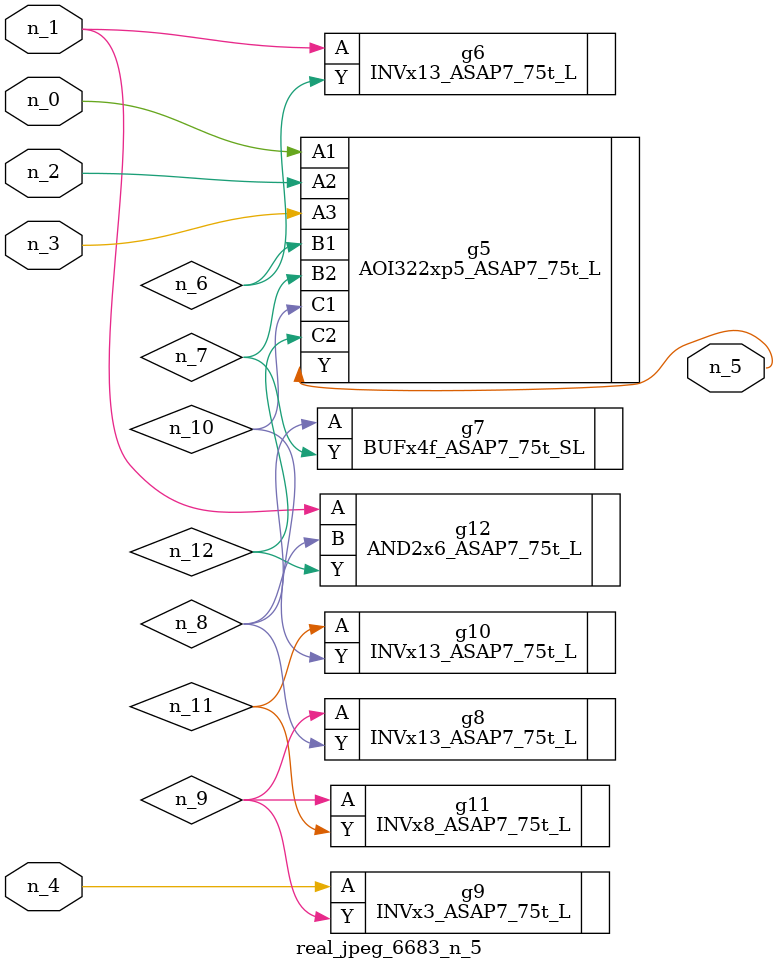
<source format=v>
module real_jpeg_6683_n_5 (n_4, n_0, n_1, n_2, n_3, n_5);

input n_4;
input n_0;
input n_1;
input n_2;
input n_3;

output n_5;

wire n_12;
wire n_8;
wire n_11;
wire n_6;
wire n_7;
wire n_10;
wire n_9;

AOI322xp5_ASAP7_75t_L g5 ( 
.A1(n_0),
.A2(n_2),
.A3(n_3),
.B1(n_6),
.B2(n_7),
.C1(n_10),
.C2(n_12),
.Y(n_5)
);

INVx13_ASAP7_75t_L g6 ( 
.A(n_1),
.Y(n_6)
);

AND2x6_ASAP7_75t_L g12 ( 
.A(n_1),
.B(n_8),
.Y(n_12)
);

INVx3_ASAP7_75t_L g9 ( 
.A(n_4),
.Y(n_9)
);

BUFx4f_ASAP7_75t_SL g7 ( 
.A(n_8),
.Y(n_7)
);

INVx13_ASAP7_75t_L g8 ( 
.A(n_9),
.Y(n_8)
);

INVx8_ASAP7_75t_L g11 ( 
.A(n_9),
.Y(n_11)
);

INVx13_ASAP7_75t_L g10 ( 
.A(n_11),
.Y(n_10)
);


endmodule
</source>
